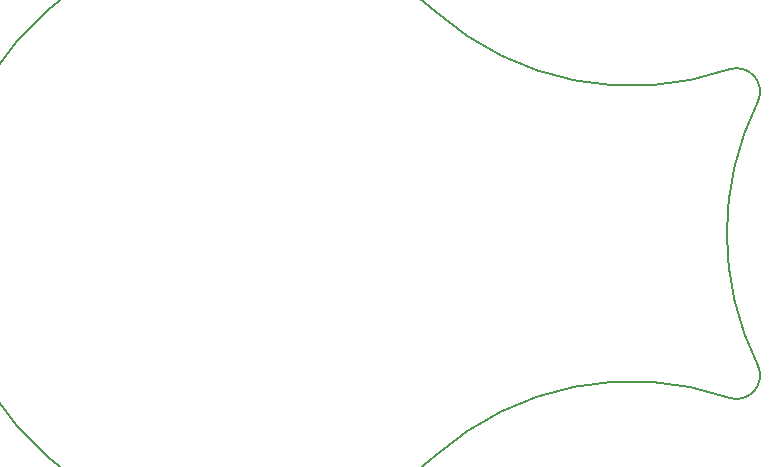
<source format=gbr>
%TF.GenerationSoftware,KiCad,Pcbnew,(5.1.10)-1*%
%TF.CreationDate,2021-08-17T14:11:04+10:00*%
%TF.ProjectId,Rockling-LayoutTest,526f636b-6c69-46e6-972d-4c61796f7574,rev?*%
%TF.SameCoordinates,Original*%
%TF.FileFunction,Profile,NP*%
%FSLAX46Y46*%
G04 Gerber Fmt 4.6, Leading zero omitted, Abs format (unit mm)*
G04 Created by KiCad (PCBNEW (5.1.10)-1) date 2021-08-17 14:11:04*
%MOMM*%
%LPD*%
G01*
G04 APERTURE LIST*
%TA.AperFunction,Profile*%
%ADD10C,0.150000*%
%TD*%
G04 APERTURE END LIST*
D10*
X143750750Y-111115399D02*
G75*
G02*
X143750750Y-88884601I22393032J11115399D01*
G01*
X141300980Y-86106823D02*
G75*
G02*
X143750750Y-88884601I658327J-1888546D01*
G01*
X141300980Y-86106824D02*
G75*
G02*
X116535945Y-81250001I-8229089J23606823D01*
G01*
X116535946Y-118750000D02*
G75*
G02*
X141300980Y-113893177I16535945J-18749999D01*
G01*
X143750750Y-111115399D02*
G75*
G02*
X141300980Y-113893177I-1791443J-889232D01*
G01*
X116535945Y-118749999D02*
G75*
G02*
X116535945Y-81250001I-16535945J18749999D01*
G01*
M02*

</source>
